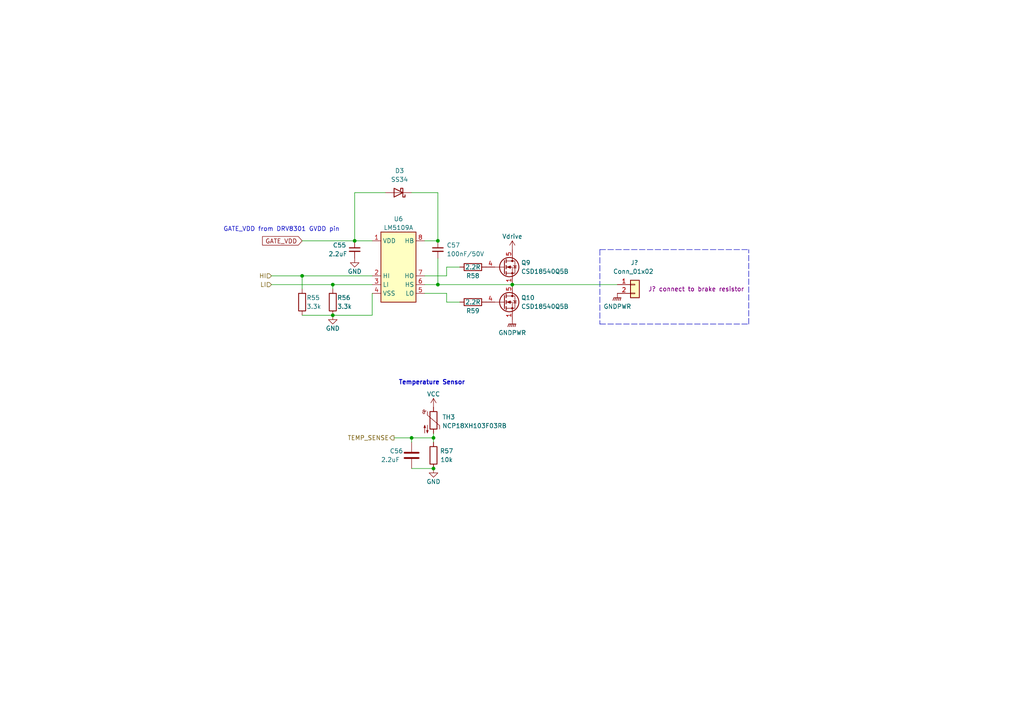
<source format=kicad_sch>
(kicad_sch (version 20211123) (generator eeschema)
  (paper "A4")
  (lib_symbols
    (symbol "Connector_Generic:Conn_01x02" (pin_names (offset 1.016) hide)
      (property "Reference" "J" (at 0 2.54 0))
      (property "Value" "Conn_01x02" (at 0 -5.08 0))
      (symbol "Conn_01x02_1_1"
        (rectangle (start -1.27 -2.413) (end 0 -2.667) (stroke (width 0.1524)))
        (rectangle (start -1.27 0.127) (end 0 -0.127) (stroke (width 0.1524)))
        (rectangle (start -1.27 1.27) (end 1.27 -3.81) (stroke (width 0.254)) (fill (type background)))
        (pin passive line (at -5.08 0 0) (length 3.81) (name "Pin_1") (number "1"))
        (pin passive line (at -5.08 -2.54 0) (length 3.81) (name "Pin_2") (number "2"))
      )
    )
    (symbol "Device:C" (pin_numbers hide) (pin_names (offset 0.254))
      (property "Reference" "C" (at 0.635 2.54 0))
      (property "Value" "C" (at 0.635 -2.54 0))
      (symbol "C_0_1"
        (polyline (pts (xy -2.032 -0.762) (xy 2.032 -0.762)) (stroke (width 0.508)))
        (polyline (pts (xy -2.032 0.762) (xy 2.032 0.762)) (stroke (width 0.508)))
      )
      (symbol "C_1_1"
        (pin passive line (at 0 3.81 270) (length 2.794) (name "~") (number "1"))
        (pin passive line (at 0 -3.81 90) (length 2.794) (name "~") (number "2"))
      )
    )
    (symbol "Device:C_Small" (pin_numbers hide) (pin_names (offset 0.254) hide)
      (property "Reference" "C" (at 0.254 1.778 0))
      (property "Value" "C_Small" (at 0.254 -2.032 0))
      (symbol "C_Small_0_1"
        (polyline (pts (xy -1.524 -0.508) (xy 1.524 -0.508)) (stroke (width 0.3302)))
        (polyline (pts (xy -1.524 0.508) (xy 1.524 0.508)) (stroke (width 0.3048)))
      )
      (symbol "C_Small_1_1"
        (pin passive line (at 0 2.54 270) (length 2.032) (name "~") (number "1"))
        (pin passive line (at 0 -2.54 90) (length 2.032) (name "~") (number "2"))
      )
    )
    (symbol "Device:R" (pin_numbers hide) (pin_names (offset 0))
      (property "Reference" "R" (at 2.032 0 90))
      (property "Value" "R" (at 0 0 90))
      (symbol "R_0_1"
        (rectangle (start -1.016 -2.54) (end 1.016 2.54) (stroke (width 0.254)))
      )
      (symbol "R_1_1"
        (pin passive line (at 0 3.81 270) (length 1.27) (name "~") (number "1"))
        (pin passive line (at 0 -3.81 90) (length 1.27) (name "~") (number "2"))
      )
    )
    (symbol "Device:Thermistor_NTC" (pin_numbers hide) (pin_names (offset 0))
      (property "Reference" "TH" (at -4.445 0 90))
      (property "Value" "Thermistor_NTC" (at 3.175 0 90))
      (symbol "Thermistor_NTC_0_1"
        (arc (start -3.048 2.159) (mid -3.0495 2.3143) (end -3.175 2.413))
        (arc (start -3.048 2.159) (mid -2.9736 1.9794) (end -2.794 1.905))
        (arc (start -3.048 2.794) (mid -2.9736 2.6144) (end -2.794 2.54))
        (arc (start -2.794 1.905) (mid -2.6144 1.9794) (end -2.54 2.159))
        (arc (start -2.794 2.54) (mid -2.4393 2.5587) (end -2.159 2.794))
        (arc (start -2.794 3.048) (mid -2.9736 2.9736) (end -3.048 2.794))
        (arc (start -2.54 2.794) (mid -2.6144 2.9736) (end -2.794 3.048))
        (rectangle (start -1.016 2.54) (end 1.016 -2.54) (stroke (width 0.254)))
        (polyline (pts (xy -2.54 2.159) (xy -2.54 2.794)))
        (polyline (pts (xy -1.778 2.54) (xy -1.778 1.524) (xy 1.778 -1.524) (xy 1.778 -2.54)))
        (polyline (pts (xy -2.54 -3.683) (xy -2.54 -1.397) (xy -2.794 -2.159) (xy -2.286 -2.159) (xy -2.54 -1.397) (xy -2.54 -1.651)) (fill (type outline)))
        (polyline (pts (xy -1.778 -1.397) (xy -1.778 -3.683) (xy -2.032 -2.921) (xy -1.524 -2.921) (xy -1.778 -3.683) (xy -1.778 -3.429)) (fill (type outline)))
      )
      (symbol "Thermistor_NTC_1_1"
        (pin passive line (at 0 3.81 270) (length 1.27) (name "~") (number "1"))
        (pin passive line (at 0 -3.81 90) (length 1.27) (name "~") (number "2"))
      )
    )
    (symbol "Diode:MBR340" (pin_numbers hide) (pin_names (offset 1.016) hide)
      (property "Reference" "D" (at 0 2.54 0))
      (property "Value" "MBR340" (at 0 -2.54 0))
      (symbol "MBR340_0_1"
        (polyline (pts (xy 1.27 0) (xy -1.27 0)))
        (polyline (pts (xy 1.27 1.27) (xy 1.27 -1.27) (xy -1.27 0) (xy 1.27 1.27)) (stroke (width 0.254)))
        (polyline (pts (xy -1.905 0.635) (xy -1.905 1.27) (xy -1.27 1.27) (xy -1.27 -1.27) (xy -0.635 -1.27) (xy -0.635 -0.635)) (stroke (width 0.254)))
      )
      (symbol "MBR340_1_1"
        (pin passive line (at -3.81 0 0) (length 2.54) (name "K") (number "1"))
        (pin passive line (at 3.81 0 180) (length 2.54) (name "A") (number "2"))
      )
    )
    (symbol "Driver_FET:LM5109MA"
      (property "Reference" "U" (at 0 13.97 0))
      (property "Value" "LM5109MA" (at 0 11.43 0))
      (symbol "LM5109MA_0_1"
        (rectangle (start -5.08 -10.16) (end 5.08 10.16) (stroke (width 0.254)) (fill (type background)))
      )
      (symbol "LM5109MA_1_1"
        (pin power_in line (at -7.62 7.62 0) (length 2.54) (name "VDD") (number "1"))
        (pin input line (at -7.62 -2.54 0) (length 2.54) (name "HI") (number "2"))
        (pin input line (at -7.62 -5.08 0) (length 2.54) (name "LI") (number "3"))
        (pin power_in line (at -7.62 -7.62 0) (length 2.54) (name "VSS") (number "4"))
        (pin output line (at 7.62 -7.62 180) (length 2.54) (name "LO") (number "5"))
        (pin passive line (at 7.62 -5.08 180) (length 2.54) (name "HS") (number "6"))
        (pin output line (at 7.62 -2.54 180) (length 2.54) (name "HO") (number "7"))
        (pin passive line (at 7.62 7.62 180) (length 2.54) (name "HB") (number "8"))
      )
    )
    (symbol "Transistor_FET:CSD18540Q5B" (pin_names hide)
      (property "Reference" "Q" (at 5.08 1.905 0))
      (property "Value" "CSD18540Q5B" (at 5.08 0 0))
      (symbol "CSD18540Q5B_0_1"
        (polyline (pts (xy 0.254 0) (xy -2.54 0)))
        (polyline (pts (xy 0.254 1.905) (xy 0.254 -1.905)) (stroke (width 0.254)))
        (polyline (pts (xy 0.762 -1.27) (xy 0.762 -2.286)) (stroke (width 0.254)))
        (polyline (pts (xy 0.762 0.508) (xy 0.762 -0.508)) (stroke (width 0.254)))
        (polyline (pts (xy 0.762 2.286) (xy 0.762 1.27)) (stroke (width 0.254)))
        (polyline (pts (xy 2.54 2.54) (xy 2.54 1.778)))
        (polyline (pts (xy 2.54 -2.54) (xy 2.54 0) (xy 0.762 0)))
        (polyline (pts (xy 0.762 -1.778) (xy 3.302 -1.778) (xy 3.302 1.778) (xy 0.762 1.778)))
        (polyline (pts (xy 1.016 0) (xy 2.032 0.381) (xy 2.032 -0.381) (xy 1.016 0)) (fill (type outline)))
        (polyline (pts (xy 2.794 0.508) (xy 2.921 0.381) (xy 3.683 0.381) (xy 3.81 0.254)))
        (polyline (pts (xy 3.302 0.381) (xy 2.921 -0.254) (xy 3.683 -0.254) (xy 3.302 0.381)))
        (circle (center 1.651 0) (radius 2.794) (stroke (width 0.254)))
        (circle (center 2.54 -1.778) (radius 0.254) (fill (type outline)))
        (circle (center 2.54 1.778) (radius 0.254) (fill (type outline)))
      )
      (symbol "CSD18540Q5B_1_1"
        (pin passive line (at 2.54 -5.08 90) (length 2.54) (name "S") (number "1"))
        (pin passive line (at 2.54 -5.08 90) (length 2.54) hide (name "S") (number "2"))
        (pin passive line (at 2.54 -5.08 90) (length 2.54) hide (name "S") (number "3"))
        (pin passive line (at -5.08 0 0) (length 2.54) (name "G") (number "4"))
        (pin passive line (at 2.54 5.08 270) (length 2.54) (name "D") (number "5"))
      )
    )
    (symbol "power:GND" (power) (pin_names (offset 0))
      (property "Value" "GND" (at 0 -3.81 0))
      (symbol "GND_0_1"
        (polyline (pts (xy 0 0) (xy 0 -1.27) (xy 1.27 -1.27) (xy 0 -2.54) (xy -1.27 -1.27) (xy 0 -1.27)))
      )
      (symbol "GND_1_1"
        (pin power_in line (at 0 0 270) (length 0) hide (name "GND") (number "1"))
      )
    )
    (symbol "power:GNDPWR" (power) (pin_names (offset 0))
      (property "Value" "GNDPWR" (at 0 -3.302 0))
      (symbol "GNDPWR_0_1"
        (polyline (pts (xy 0 -1.27) (xy 0 0)))
        (polyline (pts (xy -1.016 -1.27) (xy -1.27 -2.032) (xy -1.27 -2.032)) (stroke (width 0.2032)))
        (polyline (pts (xy -0.508 -1.27) (xy -0.762 -2.032) (xy -0.762 -2.032)) (stroke (width 0.2032)))
        (polyline (pts (xy 0 -1.27) (xy -0.254 -2.032) (xy -0.254 -2.032)) (stroke (width 0.2032)))
        (polyline (pts (xy 0.508 -1.27) (xy 0.254 -2.032) (xy 0.254 -2.032)) (stroke (width 0.2032)))
        (polyline (pts (xy 1.016 -1.27) (xy -1.016 -1.27) (xy -1.016 -1.27)) (stroke (width 0.2032)))
        (polyline (pts (xy 1.016 -1.27) (xy 0.762 -2.032) (xy 0.762 -2.032) (xy 0.762 -2.032)) (stroke (width 0.2032)))
      )
      (symbol "GNDPWR_1_1"
        (pin power_in line (at 0 0 270) (length 0) hide (name "GNDPWR") (number "1"))
      )
    )
    (symbol "power:VCC" (power) (pin_names (offset 0))
      (property "Value" "VCC" (at 0 3.81 0))
      (symbol "VCC_0_1"
        (polyline (pts (xy -0.762 1.27) (xy 0 2.54)))
        (polyline (pts (xy 0 0) (xy 0 2.54)))
        (polyline (pts (xy 0 2.54) (xy 0.762 1.27)))
      )
      (symbol "VCC_1_1"
        (pin power_in line (at 0 0 90) (length 0) hide (name "VCC") (number "1"))
      )
    )
    (symbol "power:Vdrive" (power) (pin_names (offset 0))
      (property "Value" "Vdrive" (at 0 3.81 0))
      (symbol "Vdrive_0_1"
        (polyline (pts (xy -0.762 1.27) (xy 0 2.54)))
        (polyline (pts (xy 0 0) (xy 0 2.54)))
        (polyline (pts (xy 0 2.54) (xy 0.762 1.27)))
      )
      (symbol "Vdrive_1_1"
        (pin power_in line (at 0 0 90) (length 0) hide (name "Vdrive") (number "1"))
      )
    )
  )
  (junction (at 127 69.85))
  (junction (at 119.38 127))
  (junction (at 96.52 91.44))
  (junction (at 87.63 80.01))
  (junction (at 96.52 82.55))
  (junction (at 125.73 135.89))
  (junction (at 102.87 69.85))
  (junction (at 148.59 82.55))
  (junction (at 125.73 127))
  (junction (at 127 82.55))
  (polyline (pts (xy 217.17 93.98) (xy 217.17 72.39)))
  (wire (pts (xy 78.74 82.55) (xy 96.52 82.55)))
  (wire (pts (xy 111.76 55.88) (xy 102.87 55.88)))
  (wire (pts (xy 78.74 80.01) (xy 87.63 80.01)))
  (wire (pts (xy 119.38 127) (xy 125.73 127)))
  (wire (pts (xy 148.59 82.55) (xy 179.07 82.55)))
  (wire (pts (xy 119.38 55.88) (xy 127 55.88)))
  (wire (pts (xy 119.38 127) (xy 119.38 128.27)))
  (wire (pts (xy 123.19 85.09) (xy 129.54 85.09)))
  (wire (pts (xy 127 82.55) (xy 127 74.93)))
  (wire (pts (xy 127 82.55) (xy 148.59 82.55)))
  (wire (pts (xy 96.52 91.44) (xy 87.63 91.44)))
  (wire (pts (xy 96.52 82.55) (xy 96.52 83.82)))
  (wire (pts (xy 123.19 80.01) (xy 129.54 80.01)))
  (wire (pts (xy 119.38 135.89) (xy 125.73 135.89)))
  (polyline (pts (xy 173.99 72.39) (xy 173.99 93.98)))
  (wire (pts (xy 129.54 77.47) (xy 133.35 77.47)))
  (wire (pts (xy 129.54 87.63) (xy 133.35 87.63)))
  (wire (pts (xy 129.54 85.09) (xy 129.54 87.63)))
  (wire (pts (xy 129.54 80.01) (xy 129.54 77.47)))
  (wire (pts (xy 127 69.85) (xy 123.19 69.85)))
  (wire (pts (xy 114.3 127) (xy 119.38 127)))
  (wire (pts (xy 125.73 127) (xy 125.73 128.27)))
  (wire (pts (xy 102.87 55.88) (xy 102.87 69.85)))
  (wire (pts (xy 123.19 82.55) (xy 127 82.55)))
  (wire (pts (xy 87.63 69.85) (xy 102.87 69.85)))
  (wire (pts (xy 87.63 80.01) (xy 87.63 83.82)))
  (wire (pts (xy 87.63 80.01) (xy 107.95 80.01)))
  (polyline (pts (xy 173.99 93.98) (xy 217.17 93.98)))
  (wire (pts (xy 107.95 85.09) (xy 107.95 91.44)))
  (wire (pts (xy 96.52 82.55) (xy 107.95 82.55)))
  (wire (pts (xy 125.73 127) (xy 125.73 125.73)))
  (wire (pts (xy 127 55.88) (xy 127 69.85)))
  (wire (pts (xy 96.52 91.44) (xy 107.95 91.44)))
  (wire (pts (xy 102.87 69.85) (xy 107.95 69.85)))
  (polyline (pts (xy 173.99 72.39) (xy 217.17 72.39)))
  (text "Temperature Sensor" (at 115.57 111.76 0) (effects (font (size 1.27 1.27) (thickness 0.254) bold) (justify left bottom)))
  (text "GATE_VDD from DRV8301 GVDD pin" (at 64.77 67.31 0) (effects (font (size 1.27 1.27)) (justify left bottom)))
  (global_label "GATE_VDD" (shape input) (at 87.63 69.85 180) (property "Intersheet References" "${INTERSHEET_REFS}" (effects hide)))
  (hierarchical_label "TEMP_SENSE" (shape output) (at 114.3 127 180))
  (hierarchical_label "LI" (shape input) (at 78.74 82.55 180))
  (hierarchical_label "HI" (shape input) (at 78.74 80.01 180))
  (symbol (lib_id "Transistor_FET:CSD18540Q5B") (at 146.05 77.47 0) (unit 1)
    (property "Reference" "Q9" (at 151.13 76.2 0) (effects (justify left)))
    (property "Value" "CSD18540Q5B" (at 151.13 78.74 0) (effects (justify left)))
    (property "Footprint" "Package_TO_SOT_SMD:TDSON-8-1" (effects hide))
    (property "Datasheet" "http://www.ti.com/lit/gpn/csd18540q5b" (effects hide))
    (property "JLCPCB Part #" "C86513" (effects hide))
    (property "MFR.Part #" "CSD18540Q5B" (effects hide))
  )
  (symbol (lib_id "power:GND") (at 102.87 74.93 0) (unit 1)
    (property "Reference" "#PWR0107" (effects hide))
    (property "Value" "GND" (at 102.87 78.74 0))
  )
  (symbol (lib_id "Device:C_Small") (at 102.87 72.39 0) (unit 1)
    (property "Reference" "C55" (at 96.52 71.12 0) (effects (justify left)))
    (property "Value" "2.2uF" (at 95.25 73.66 0) (effects (justify left)))
    (property "Footprint" "Capacitor_SMD:C_0402_1005Metric" (effects hide))
    (property "JLCPCB Part #" "C501836" (effects hide))
    (property "MFR.Part #" "0402X225K160NT" (effects hide))
  )
  (symbol (lib_id "Device:R") (at 137.16 87.63 270) (unit 1)
    (property "Reference" "R59" (at 137.16 90.17 90))
    (property "Value" "2.2R" (at 137.16 87.63 90))
    (property "Footprint" "Resistor_SMD:R_0603_1608Metric" (effects hide))
    (property "JLCPCB Part #" "C25226" (effects hide))
    (property "MFR.Part #" "0603WAJ022JT5E" (effects hide))
  )
  (symbol (lib_id "Device:C") (at 119.38 132.08 0) (unit 1)
    (property "Reference" "C56" (at 113.03 130.81 0) (effects (justify left)))
    (property "Value" "2.2uF" (at 110.49 133.35 0) (effects (justify left)))
    (property "Footprint" "Capacitor_SMD:C_0402_1005Metric" (effects hide))
    (property "JLCPCB Part #" "C501836" (effects hide))
    (property "MFR.Part #" "0402X225K160NT" (effects hide))
  )
  (symbol (lib_id "Device:R") (at 96.52 87.63 0) (unit 1)
    (property "Reference" "R56" (at 97.79 86.36 0) (effects (justify left)))
    (property "Value" "3.3k" (at 97.79 88.9 0) (effects (justify left)))
    (property "Footprint" "Resistor_SMD:R_0402_1005Metric" (effects hide))
    (property "JLCPCB Part #" "C25890" (effects hide))
    (property "MFR.Part #" "0402WGF3301TCE" (effects hide))
  )
  (symbol (lib_id "power:GNDPWR") (at 148.59 92.71 0) (unit 1)
    (property "Reference" "#PWR0111" (effects hide))
    (property "Value" "GNDPWR" (at 148.59 96.52 0))
  )
  (symbol (lib_id "power:VCC") (at 125.73 118.11 0) (unit 1)
    (property "Reference" "#PWR0108" (effects hide))
    (property "Value" "VCC" (at 125.73 114.3 0))
  )
  (symbol (lib_id "Transistor_FET:CSD18540Q5B") (at 146.05 87.63 0) (unit 1)
    (property "Reference" "Q10" (at 151.13 86.36 0) (effects (justify left)))
    (property "Value" "CSD18540Q5B" (at 151.13 88.9 0) (effects (justify left)))
    (property "Footprint" "Package_TO_SOT_SMD:TDSON-8-1" (effects hide))
    (property "Datasheet" "http://www.ti.com/lit/gpn/csd18540q5b" (effects hide))
    (property "JLCPCB Part #" "C86513" (effects hide))
    (property "MFR.Part #" "CSD18540Q5B" (effects hide))
  )
  (symbol (lib_id "Driver_FET:LM5109MA") (at 115.57 77.47 0) (unit 1)
    (property "Reference" "U6" (at 115.57 63.5 0))
    (property "Value" "LM5109A" (at 115.57 66.04 0))
    (property "Footprint" "Package_SO:SOIC-8_3.9x4.9mm_P1.27mm" (effects hide))
    (property "Datasheet" "http://www.ti.com/lit/ds/symlink/lm5109.pdf" (effects hide))
    (property "JLCPCB Part #" "C129332" (effects hide))
    (property "MFR.Part #" "LM5109AMAX/NOPB" (effects hide))
  )
  (symbol (lib_id "Connector_Generic:Conn_01x02") (at 184.15 82.55 0) (unit 1)
    (property "Reference" "J?" (at 182.88 76.2 0) (effects (justify left)))
    (property "Value" "Conn_01x02" (at 177.8 78.74 0) (effects (justify left)))
    (property "Footprint" "Connector_Phoenix_GMSTB:PhoenixContact_GMSTBA_2,5_2-G-7,62_1x02_P7.62mm_Horizontal" (effects hide))
    (property "Note" "${REFERENCE} connect to brake resistor" (at 201.93 83.82 0))
  )
  (symbol (lib_id "Device:C_Small") (at 127 72.39 0) (unit 1)
    (property "Reference" "C57" (at 129.54 71.1262 0) (effects (justify left)))
    (property "Value" "100nF/50V" (at 129.54 73.66 0) (effects (justify left)))
    (property "Footprint" "Capacitor_SMD:C_0603_1608Metric" (effects hide))
    (property "JLCPCB Part #" "C14663" (effects hide))
    (property "MFR.Part #" "CC0603KRX7R9BB104" (effects hide))
  )
  (symbol (lib_id "Device:R") (at 137.16 77.47 270) (unit 1)
    (property "Reference" "R58" (at 137.16 80.01 90))
    (property "Value" "2.2R" (at 137.16 77.47 90))
    (property "Footprint" "Resistor_SMD:R_0603_1608Metric" (effects hide))
    (property "JLCPCB Part #" "C25226" (effects hide))
    (property "MFR.Part #" "0603WAJ022JT5E" (effects hide))
  )
  (symbol (lib_id "power:GND") (at 96.52 91.44 0) (unit 1)
    (property "Reference" "#PWR0106" (effects hide))
    (property "Value" "GND" (at 96.52 95.25 0))
  )
  (symbol (lib_id "power:Vdrive") (at 148.59 72.39 0) (unit 1)
    (property "Reference" "#PWR0110" (effects hide))
    (property "Value" "Vdrive" (at 148.59 68.58 0))
  )
  (symbol (lib_id "Diode:MBR340") (at 115.57 55.88 180) (unit 1)
    (property "Reference" "D3" (at 115.8875 49.53 0))
    (property "Value" "SS34" (at 115.8875 52.07 0))
    (property "Footprint" "Diode_SMD:D_SMA" (effects hide))
    (property "JLCPCB Part #" "C8678" (effects hide))
    (property "MFR.Part #" "SS34" (effects hide))
  )
  (symbol (lib_id "Device:Thermistor_NTC") (at 125.73 121.92 0) (unit 1)
    (property "Reference" "TH3" (at 128.27 120.9674 0) (effects (justify left)))
    (property "Value" "NCP18XH103F03RB" (at 128.27 123.5074 0) (effects (justify left)))
    (property "Footprint" "Resistor_SMD:R_0603_1608Metric" (effects hide))
    (property "JLCPCB Part #" "C13564" (effects hide))
    (property "MFR.Part #" "NCP18XH103F03RB" (effects hide))
  )
  (symbol (lib_id "power:GNDPWR") (at 179.07 85.09 0) (unit 1)
    (property "Reference" "#PWR0112" (effects hide))
    (property "Value" "GNDPWR" (at 179.07 88.9 0))
  )
  (symbol (lib_id "Device:R") (at 87.63 87.63 0) (unit 1)
    (property "Reference" "R55" (at 88.9 86.36 0) (effects (justify left)))
    (property "Value" "3.3k" (at 88.9 88.9 0) (effects (justify left)))
    (property "Footprint" "Resistor_SMD:R_0402_1005Metric" (effects hide))
    (property "JLCPCB Part #" "C25890" (effects hide))
    (property "MFR.Part #" "0402WGF3301TCE" (effects hide))
  )
  (symbol (lib_id "Device:R") (at 125.73 132.08 180) (unit 1)
    (property "Reference" "R57" (at 129.54 130.81 0))
    (property "Value" "10k" (at 129.54 133.35 0))
    (property "Footprint" "Resistor_SMD:R_0402_1005Metric" (effects hide))
    (property "JLCPCB Part #" "C25744" (effects hide))
    (property "MFR.Part #" "0402WGF1002TCE" (effects hide))
  )
  (symbol (lib_id "power:GND") (at 125.73 135.89 0) (unit 1)
    (property "Reference" "#PWR0109" (effects hide))
    (property "Value" "GND" (at 125.73 139.7 0))
  )
)
</source>
